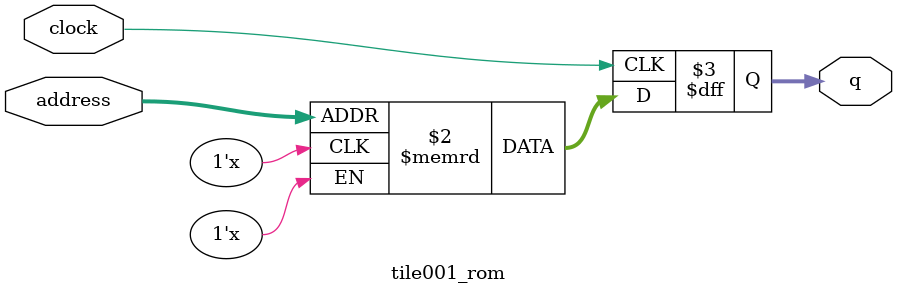
<source format=sv>
module tile001_rom (
	input logic clock,
	input logic [9:0] address,
	output logic [3:0] q
);

logic [3:0] memory [0:1023] /* synthesis ram_init_file = "./tile001/tile001.mif" */;

always_ff @ (posedge clock) begin
	q <= memory[address];
end

endmodule

</source>
